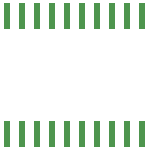
<source format=gbp>
G75*
%MOIN*%
%OFA0B0*%
%FSLAX24Y24*%
%IPPOS*%
%LPD*%
%AMOC8*
5,1,8,0,0,1.08239X$1,22.5*
%
%ADD10R,0.0236X0.0866*%
D10*
X000550Y003798D03*
X001050Y003798D03*
X001550Y003798D03*
X002050Y003798D03*
X002550Y003798D03*
X003050Y003798D03*
X003550Y003798D03*
X004050Y003798D03*
X004550Y003798D03*
X005050Y003798D03*
X005050Y007735D03*
X004550Y007735D03*
X004050Y007735D03*
X003550Y007735D03*
X003050Y007735D03*
X002550Y007735D03*
X002050Y007735D03*
X001550Y007735D03*
X001050Y007735D03*
X000550Y007735D03*
M02*

</source>
